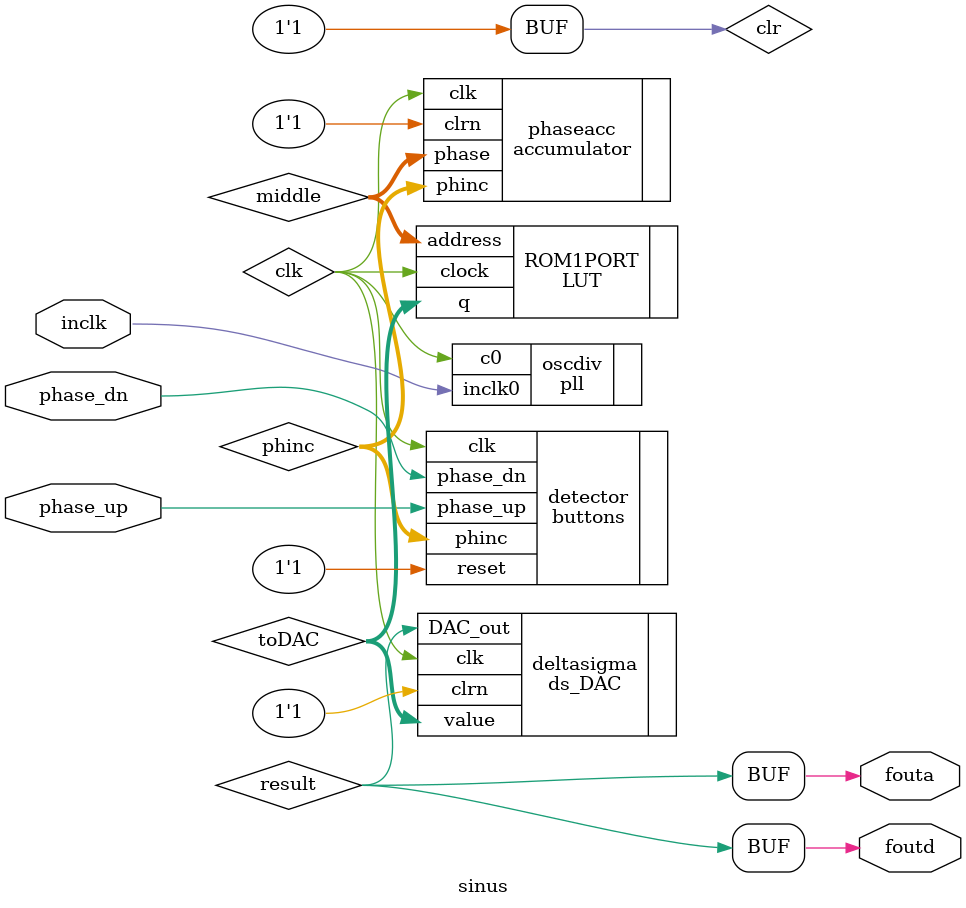
<source format=v>
module sinus(inclk, phase_up, phase_dn, fouta, foutd);

	// Input Port(s)
	input inclk;
	input phase_up, phase_dn;
	

	output fouta, foutd;
	//output DAC_out;

	// Additional Module Item(s)
	wire clr; assign clr = 1;
	wire [7:0]phinc;
	wire [7:0]middle;
	wire [7:0]toDAC;
	wire result;
	assign fouta = result;
	assign foutd = result;
	
pll oscdiv(
	.inclk0(inclk),
	.c0(clk)
	);
	
buttons detector(
	.reset(clr),
	.clk(clk),
	.phase_up(phase_up),
	.phase_dn(phase_dn),
	.phinc(phinc)
	);
	defparam detector.DEFAULT = 1;
	
LUT	ROM1PORT(
	.clock(clk),
	.address(middle),
	.q(toDAC)
	);

accumulator phaseacc(
	.clk(clk),
	.clrn(clr),
	.phinc(phinc),
	.phase(middle)
	);
	defparam phaseacc.m = 28;

ds_DAC deltasigma(
	.clk(clk),
	.clrn(clr),
	.value(toDAC),
	.DAC_out(result)
	);

endmodule

</source>
